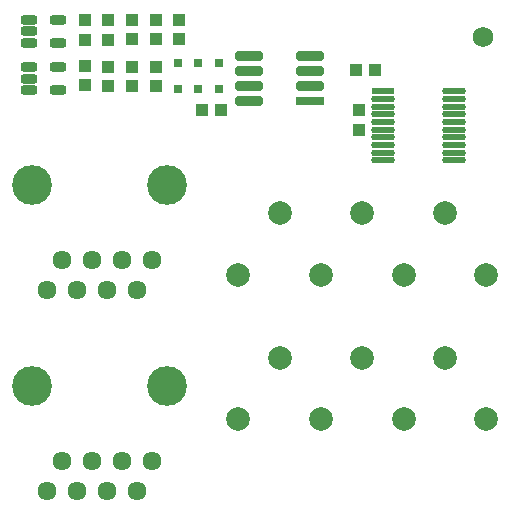
<source format=gts>
G04*
G04 #@! TF.GenerationSoftware,Altium Limited,CircuitStudio,1.5.2 (30)*
G04*
G04 Layer_Color=20142*
%FSLAX44Y44*%
%MOMM*%
G71*
G01*
G75*
%ADD33R,1.1332X0.9932*%
G04:AMPARAMS|DCode=34|XSize=0.8032mm|YSize=2.4032mm|CornerRadius=0.2516mm|HoleSize=0mm|Usage=FLASHONLY|Rotation=90.000|XOffset=0mm|YOffset=0mm|HoleType=Round|Shape=RoundedRectangle|*
%AMROUNDEDRECTD34*
21,1,0.8032,1.9000,0,0,90.0*
21,1,0.3000,2.4032,0,0,90.0*
1,1,0.5032,0.9500,0.1500*
1,1,0.5032,0.9500,-0.1500*
1,1,0.5032,-0.9500,-0.1500*
1,1,0.5032,-0.9500,0.1500*
%
%ADD34ROUNDEDRECTD34*%
%ADD35R,2.4032X0.8032*%
%ADD36R,1.9652X0.5580*%
G04:AMPARAMS|DCode=37|XSize=1.9652mm|YSize=0.558mm|CornerRadius=0.1903mm|HoleSize=0mm|Usage=FLASHONLY|Rotation=0.000|XOffset=0mm|YOffset=0mm|HoleType=Round|Shape=RoundedRectangle|*
%AMROUNDEDRECTD37*
21,1,1.9652,0.1774,0,0,0.0*
21,1,1.5846,0.5580,0,0,0.0*
1,1,0.3806,0.7923,-0.0887*
1,1,0.3806,-0.7923,-0.0887*
1,1,0.3806,-0.7923,0.0887*
1,1,0.3806,0.7923,0.0887*
%
%ADD37ROUNDEDRECTD37*%
%ADD38R,0.9932X1.1332*%
%ADD39R,0.7032X0.7032*%
G04:AMPARAMS|DCode=40|XSize=1.4132mm|YSize=0.7932mm|CornerRadius=0.2491mm|HoleSize=0mm|Usage=FLASHONLY|Rotation=0.000|XOffset=0mm|YOffset=0mm|HoleType=Round|Shape=RoundedRectangle|*
%AMROUNDEDRECTD40*
21,1,1.4132,0.2950,0,0,0.0*
21,1,0.9150,0.7932,0,0,0.0*
1,1,0.4982,0.4575,-0.1475*
1,1,0.4982,-0.4575,-0.1475*
1,1,0.4982,-0.4575,0.1475*
1,1,0.4982,0.4575,0.1475*
%
%ADD40ROUNDEDRECTD40*%
%ADD41C,1.7272*%
%ADD42C,1.6112*%
%ADD43C,3.3732*%
%ADD44C,2.0032*%
D33*
X442580Y1168190D02*
D03*
Y1184590D02*
D03*
X462580Y1168190D02*
D03*
Y1184590D02*
D03*
X382500Y1184450D02*
D03*
Y1168050D02*
D03*
X442580Y1144990D02*
D03*
Y1128590D02*
D03*
X422580Y1144990D02*
D03*
Y1128590D02*
D03*
X402580Y1144990D02*
D03*
Y1128590D02*
D03*
X615000Y1091800D02*
D03*
Y1108200D02*
D03*
X402500Y1168050D02*
D03*
Y1184450D02*
D03*
X422580Y1168190D02*
D03*
Y1184590D02*
D03*
X382580Y1129290D02*
D03*
Y1145690D02*
D03*
D34*
X521500Y1154050D02*
D03*
Y1141350D02*
D03*
Y1115950D02*
D03*
X573500Y1154050D02*
D03*
Y1141350D02*
D03*
X521500Y1128650D02*
D03*
X573500D02*
D03*
D35*
Y1115950D02*
D03*
D36*
X635370Y1124241D02*
D03*
D37*
Y1117741D02*
D03*
Y1111241D02*
D03*
Y1104741D02*
D03*
Y1098241D02*
D03*
Y1091739D02*
D03*
Y1085239D02*
D03*
Y1078739D02*
D03*
Y1072239D02*
D03*
Y1065739D02*
D03*
X694790D02*
D03*
Y1072239D02*
D03*
Y1078739D02*
D03*
Y1085239D02*
D03*
Y1091739D02*
D03*
Y1098241D02*
D03*
Y1104741D02*
D03*
Y1111241D02*
D03*
Y1117741D02*
D03*
Y1124241D02*
D03*
D38*
X628200Y1142500D02*
D03*
X611800D02*
D03*
X481800Y1108750D02*
D03*
X498200D02*
D03*
D39*
X478830Y1148490D02*
D03*
Y1126490D02*
D03*
X461250Y1148500D02*
D03*
Y1126500D02*
D03*
X496250Y1148500D02*
D03*
Y1126500D02*
D03*
D40*
X334950Y1144500D02*
D03*
Y1135000D02*
D03*
Y1125500D02*
D03*
X360050D02*
D03*
Y1144500D02*
D03*
X334950Y1184500D02*
D03*
Y1175000D02*
D03*
Y1165500D02*
D03*
X360050D02*
D03*
Y1184500D02*
D03*
D41*
X720000Y1170000D02*
D03*
D42*
X363330Y980990D02*
D03*
X388730D02*
D03*
X414130D02*
D03*
X439530D02*
D03*
X426830Y955590D02*
D03*
X401430D02*
D03*
X376030D02*
D03*
X350630D02*
D03*
X363330Y810990D02*
D03*
X388730D02*
D03*
X414130D02*
D03*
X439530D02*
D03*
X426830Y785590D02*
D03*
X401430D02*
D03*
X376030D02*
D03*
X350630D02*
D03*
D43*
X452230Y1044490D02*
D03*
X337930D02*
D03*
X452230Y874490D02*
D03*
X337930D02*
D03*
D44*
X722500Y969000D02*
D03*
X687500Y1021000D02*
D03*
X652500Y969000D02*
D03*
X617500Y1021000D02*
D03*
X582500Y969000D02*
D03*
X547500Y1021000D02*
D03*
X512500Y969000D02*
D03*
X512580Y846490D02*
D03*
X547580Y898490D02*
D03*
X582580Y846490D02*
D03*
X617580Y898490D02*
D03*
X652580Y846490D02*
D03*
X687580Y898490D02*
D03*
X722580Y846490D02*
D03*
M02*

</source>
